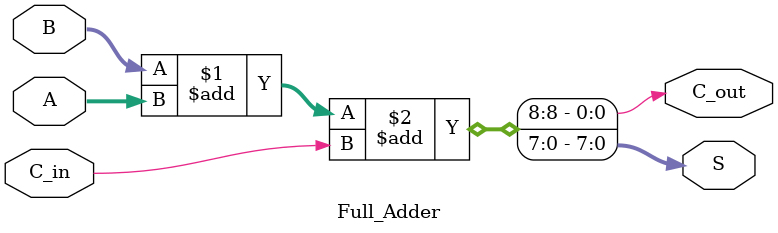
<source format=v>
module Full_Adder (A, B, S, C_in, C_out);
	parameter n = 8;
	
	input [n-1:0] A, B;
	input C_in;
	output [n-1:0] S;
	output C_out;
	
	assign {C_out, S} = B + A + C_in;

endmodule
</source>
